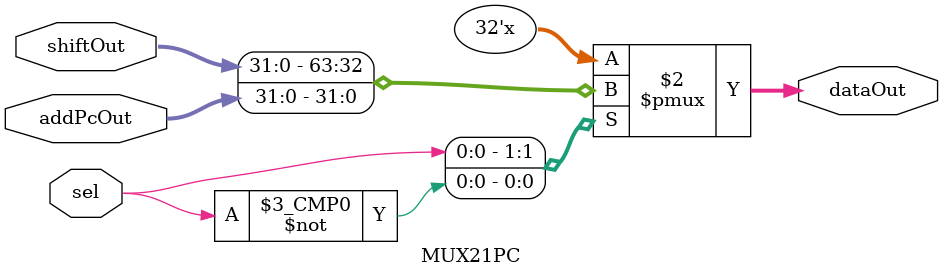
<source format=v>
`timescale 1ns/1ns
module MUX21PC(
input [31:0] shiftOut,addPcOut,
input sel,
output reg [31:0] dataOut
);

always @(*)
begin
	case(sel)
		1'b1:
		begin
			dataOut = shiftOut;
		end
		1'b0:
		begin
			dataOut = addPcOut;
		end
	endcase
end
endmodule

</source>
